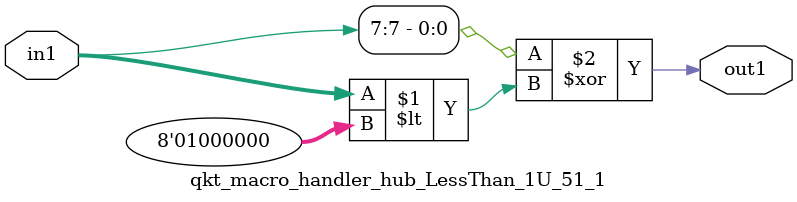
<source format=v>

`timescale 1ps / 1ps


module qkt_macro_handler_hub_LessThan_1U_51_1( in1, out1 );

    input [7:0] in1;
    output out1;

    
    // rtl_process:qkt_macro_handler_hub_LessThan_1U_51_1/qkt_macro_handler_hub_LessThan_1U_51_1_thread_1
    assign out1 = (in1[7] ^ in1 < 8'd064);

endmodule


</source>
